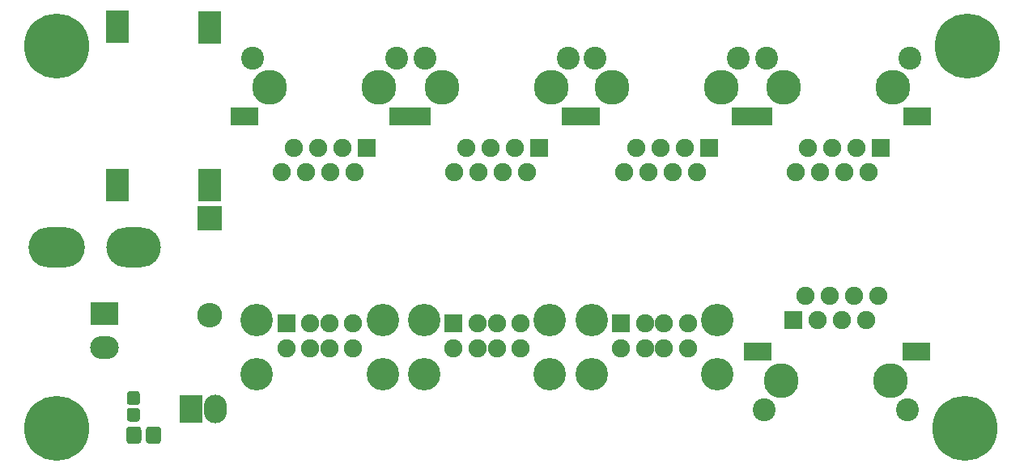
<source format=gts>
G04 #@! TF.GenerationSoftware,KiCad,Pcbnew,(5.0.0)*
G04 #@! TF.CreationDate,2018-08-14T00:58:01+01:00*
G04 #@! TF.ProjectId,distboard,64697374626F6172642E6B696361645F,rev?*
G04 #@! TF.SameCoordinates,Original*
G04 #@! TF.FileFunction,Soldermask,Top*
G04 #@! TF.FilePolarity,Negative*
%FSLAX46Y46*%
G04 Gerber Fmt 4.6, Leading zero omitted, Abs format (unit mm)*
G04 Created by KiCad (PCBNEW (5.0.0)) date 08/14/18 00:58:01*
%MOMM*%
%LPD*%
G01*
G04 APERTURE LIST*
%ADD10R,2.400000X3.400000*%
%ADD11O,5.700000X4.200000*%
%ADD12O,5.900000X4.200000*%
%ADD13O,2.400000X3.000000*%
%ADD14R,2.400000X3.000000*%
%ADD15R,2.600000X2.600000*%
%ADD16O,2.600000X2.600000*%
%ADD17C,1.900000*%
%ADD18C,3.400000*%
%ADD19R,1.900000X1.900000*%
%ADD20R,3.000000X2.400000*%
%ADD21O,3.000000X2.400000*%
%ADD22C,2.400000*%
%ADD23C,3.650000*%
%ADD24R,2.940000X1.924000*%
%ADD25C,1.200000*%
%ADD26C,6.800000*%
%ADD27C,0.100000*%
%ADD28C,1.550000*%
%ADD29C,1.350000*%
G04 APERTURE END LIST*
D10*
G04 #@! TO.C,U1*
X91332000Y-49484000D03*
X100984000Y-49484000D03*
X100984000Y-32990000D03*
X91332000Y-32959000D03*
G04 #@! TD*
D11*
G04 #@! TO.C,F1*
X93000000Y-56000000D03*
D12*
X85000000Y-56000000D03*
G04 #@! TD*
D13*
G04 #@! TO.C,J2*
X101540000Y-73000000D03*
D14*
X99000000Y-73000000D03*
G04 #@! TD*
D15*
G04 #@! TO.C,D1*
X101000000Y-53000000D03*
D16*
X101000000Y-63160000D03*
G04 #@! TD*
D17*
G04 #@! TO.C,U2*
X116000000Y-66620000D03*
X113500000Y-66620000D03*
X111500000Y-66620000D03*
X109000000Y-66620000D03*
D18*
X119070000Y-69330000D03*
X105930000Y-69330000D03*
D17*
X116000000Y-64000000D03*
X113500000Y-64000000D03*
X111500000Y-64000000D03*
D19*
X109000000Y-64000000D03*
D18*
X105930000Y-63650000D03*
X119070000Y-63650000D03*
G04 #@! TD*
G04 #@! TO.C,U3*
X136570000Y-63650000D03*
X123430000Y-63650000D03*
D19*
X126500000Y-64000000D03*
D17*
X129000000Y-64000000D03*
X131000000Y-64000000D03*
X133500000Y-64000000D03*
D18*
X123430000Y-69330000D03*
X136570000Y-69330000D03*
D17*
X126500000Y-66620000D03*
X129000000Y-66620000D03*
X131000000Y-66620000D03*
X133500000Y-66620000D03*
G04 #@! TD*
G04 #@! TO.C,U4*
X151000000Y-66620000D03*
X148500000Y-66620000D03*
X146500000Y-66620000D03*
X144000000Y-66620000D03*
D18*
X154070000Y-69330000D03*
X140930000Y-69330000D03*
D17*
X151000000Y-64000000D03*
X148500000Y-64000000D03*
X146500000Y-64000000D03*
D19*
X144000000Y-64000000D03*
D18*
X140930000Y-63650000D03*
X154070000Y-63650000D03*
G04 #@! TD*
D20*
G04 #@! TO.C,J1*
X90000000Y-63000000D03*
D21*
X90000000Y-66500000D03*
G04 #@! TD*
D22*
G04 #@! TO.C,J4*
X105505000Y-36200000D03*
X120495000Y-36200000D03*
D23*
X118715000Y-39250000D03*
X107285000Y-39250000D03*
D17*
X108555000Y-48140000D03*
X111095000Y-48140000D03*
X113635000Y-48140000D03*
X116175000Y-48140000D03*
X109825000Y-45600000D03*
X112365000Y-45600000D03*
X114905000Y-45600000D03*
D19*
X117445000Y-45600000D03*
D24*
X104634000Y-42298000D03*
X121239000Y-42298000D03*
G04 #@! TD*
D22*
G04 #@! TO.C,J5*
X173995000Y-73050000D03*
X159005000Y-73050000D03*
D23*
X160785000Y-70000000D03*
X172215000Y-70000000D03*
D17*
X170945000Y-61110000D03*
X168405000Y-61110000D03*
X165865000Y-61110000D03*
X163325000Y-61110000D03*
X169675000Y-63650000D03*
X167135000Y-63650000D03*
X164595000Y-63650000D03*
D19*
X162055000Y-63650000D03*
D24*
X174866000Y-66952000D03*
X158261000Y-66952000D03*
G04 #@! TD*
G04 #@! TO.C,J6*
X139239000Y-42298000D03*
X122634000Y-42298000D03*
D19*
X135445000Y-45600000D03*
D17*
X132905000Y-45600000D03*
X130365000Y-45600000D03*
X127825000Y-45600000D03*
X134175000Y-48140000D03*
X131635000Y-48140000D03*
X129095000Y-48140000D03*
X126555000Y-48140000D03*
D23*
X125285000Y-39250000D03*
X136715000Y-39250000D03*
D22*
X138495000Y-36200000D03*
X123505000Y-36200000D03*
G04 #@! TD*
G04 #@! TO.C,J7*
X141255000Y-36200000D03*
X156245000Y-36200000D03*
D23*
X154465000Y-39250000D03*
X143035000Y-39250000D03*
D17*
X144305000Y-48140000D03*
X146845000Y-48140000D03*
X149385000Y-48140000D03*
X151925000Y-48140000D03*
X145575000Y-45600000D03*
X148115000Y-45600000D03*
X150655000Y-45600000D03*
D19*
X153195000Y-45600000D03*
D24*
X140384000Y-42298000D03*
X156989000Y-42298000D03*
G04 #@! TD*
G04 #@! TO.C,J8*
X174989000Y-42298000D03*
X158384000Y-42298000D03*
D19*
X171195000Y-45600000D03*
D17*
X168655000Y-45600000D03*
X166115000Y-45600000D03*
X163575000Y-45600000D03*
X169925000Y-48140000D03*
X167385000Y-48140000D03*
X164845000Y-48140000D03*
X162305000Y-48140000D03*
D23*
X161035000Y-39250000D03*
X172465000Y-39250000D03*
D22*
X174245000Y-36200000D03*
X159255000Y-36200000D03*
G04 #@! TD*
D25*
G04 #@! TO.C,MH1*
X86697056Y-33302944D03*
X85000000Y-32600000D03*
X83302944Y-33302944D03*
X82600000Y-35000000D03*
X83302944Y-36697056D03*
X85000000Y-37400000D03*
X86697056Y-36697056D03*
X87400000Y-35000000D03*
D26*
X85000000Y-35000000D03*
G04 #@! TD*
G04 #@! TO.C,MH2*
X180200000Y-35000000D03*
D25*
X182600000Y-35000000D03*
X181897056Y-36697056D03*
X180200000Y-37400000D03*
X178502944Y-36697056D03*
X177800000Y-35000000D03*
X178502944Y-33302944D03*
X180200000Y-32600000D03*
X181897056Y-33302944D03*
G04 #@! TD*
G04 #@! TO.C,MH3*
X86697056Y-73302944D03*
X85000000Y-72600000D03*
X83302944Y-73302944D03*
X82600000Y-75000000D03*
X83302944Y-76697056D03*
X85000000Y-77400000D03*
X86697056Y-76697056D03*
X87400000Y-75000000D03*
D26*
X85000000Y-75000000D03*
G04 #@! TD*
G04 #@! TO.C,MH4*
X180000000Y-75000000D03*
D25*
X182400000Y-75000000D03*
X181697056Y-76697056D03*
X180000000Y-77400000D03*
X178302944Y-76697056D03*
X177600000Y-75000000D03*
X178302944Y-73302944D03*
X180000000Y-72600000D03*
X181697056Y-73302944D03*
G04 #@! TD*
D27*
G04 #@! TO.C,D2*
G36*
X93521071Y-74801623D02*
X93553781Y-74806475D01*
X93585857Y-74814509D01*
X93616991Y-74825649D01*
X93646884Y-74839787D01*
X93675247Y-74856787D01*
X93701807Y-74876485D01*
X93726308Y-74898692D01*
X93748515Y-74923193D01*
X93768213Y-74949753D01*
X93785213Y-74978116D01*
X93799351Y-75008009D01*
X93810491Y-75039143D01*
X93818525Y-75071219D01*
X93823377Y-75103929D01*
X93825000Y-75136956D01*
X93825000Y-76263044D01*
X93823377Y-76296071D01*
X93818525Y-76328781D01*
X93810491Y-76360857D01*
X93799351Y-76391991D01*
X93785213Y-76421884D01*
X93768213Y-76450247D01*
X93748515Y-76476807D01*
X93726308Y-76501308D01*
X93701807Y-76523515D01*
X93675247Y-76543213D01*
X93646884Y-76560213D01*
X93616991Y-76574351D01*
X93585857Y-76585491D01*
X93553781Y-76593525D01*
X93521071Y-76598377D01*
X93488044Y-76600000D01*
X92611956Y-76600000D01*
X92578929Y-76598377D01*
X92546219Y-76593525D01*
X92514143Y-76585491D01*
X92483009Y-76574351D01*
X92453116Y-76560213D01*
X92424753Y-76543213D01*
X92398193Y-76523515D01*
X92373692Y-76501308D01*
X92351485Y-76476807D01*
X92331787Y-76450247D01*
X92314787Y-76421884D01*
X92300649Y-76391991D01*
X92289509Y-76360857D01*
X92281475Y-76328781D01*
X92276623Y-76296071D01*
X92275000Y-76263044D01*
X92275000Y-75136956D01*
X92276623Y-75103929D01*
X92281475Y-75071219D01*
X92289509Y-75039143D01*
X92300649Y-75008009D01*
X92314787Y-74978116D01*
X92331787Y-74949753D01*
X92351485Y-74923193D01*
X92373692Y-74898692D01*
X92398193Y-74876485D01*
X92424753Y-74856787D01*
X92453116Y-74839787D01*
X92483009Y-74825649D01*
X92514143Y-74814509D01*
X92546219Y-74806475D01*
X92578929Y-74801623D01*
X92611956Y-74800000D01*
X93488044Y-74800000D01*
X93521071Y-74801623D01*
X93521071Y-74801623D01*
G37*
D28*
X93050000Y-75700000D03*
D27*
G36*
X95571071Y-74801623D02*
X95603781Y-74806475D01*
X95635857Y-74814509D01*
X95666991Y-74825649D01*
X95696884Y-74839787D01*
X95725247Y-74856787D01*
X95751807Y-74876485D01*
X95776308Y-74898692D01*
X95798515Y-74923193D01*
X95818213Y-74949753D01*
X95835213Y-74978116D01*
X95849351Y-75008009D01*
X95860491Y-75039143D01*
X95868525Y-75071219D01*
X95873377Y-75103929D01*
X95875000Y-75136956D01*
X95875000Y-76263044D01*
X95873377Y-76296071D01*
X95868525Y-76328781D01*
X95860491Y-76360857D01*
X95849351Y-76391991D01*
X95835213Y-76421884D01*
X95818213Y-76450247D01*
X95798515Y-76476807D01*
X95776308Y-76501308D01*
X95751807Y-76523515D01*
X95725247Y-76543213D01*
X95696884Y-76560213D01*
X95666991Y-76574351D01*
X95635857Y-76585491D01*
X95603781Y-76593525D01*
X95571071Y-76598377D01*
X95538044Y-76600000D01*
X94661956Y-76600000D01*
X94628929Y-76598377D01*
X94596219Y-76593525D01*
X94564143Y-76585491D01*
X94533009Y-76574351D01*
X94503116Y-76560213D01*
X94474753Y-76543213D01*
X94448193Y-76523515D01*
X94423692Y-76501308D01*
X94401485Y-76476807D01*
X94381787Y-76450247D01*
X94364787Y-76421884D01*
X94350649Y-76391991D01*
X94339509Y-76360857D01*
X94331475Y-76328781D01*
X94326623Y-76296071D01*
X94325000Y-76263044D01*
X94325000Y-75136956D01*
X94326623Y-75103929D01*
X94331475Y-75071219D01*
X94339509Y-75039143D01*
X94350649Y-75008009D01*
X94364787Y-74978116D01*
X94381787Y-74949753D01*
X94401485Y-74923193D01*
X94423692Y-74898692D01*
X94448193Y-74876485D01*
X94474753Y-74856787D01*
X94503116Y-74839787D01*
X94533009Y-74825649D01*
X94564143Y-74814509D01*
X94596219Y-74806475D01*
X94628929Y-74801623D01*
X94661956Y-74800000D01*
X95538044Y-74800000D01*
X95571071Y-74801623D01*
X95571071Y-74801623D01*
G37*
D28*
X95100000Y-75700000D03*
G04 #@! TD*
D27*
G04 #@! TO.C,R1*
G36*
X93370581Y-72851625D02*
X93403343Y-72856485D01*
X93435471Y-72864533D01*
X93466656Y-72875691D01*
X93496596Y-72889852D01*
X93525005Y-72906879D01*
X93551608Y-72926609D01*
X93576149Y-72948851D01*
X93598391Y-72973392D01*
X93618121Y-72999995D01*
X93635148Y-73028404D01*
X93649309Y-73058344D01*
X93660467Y-73089529D01*
X93668515Y-73121657D01*
X93673375Y-73154419D01*
X93675000Y-73187500D01*
X93675000Y-73962500D01*
X93673375Y-73995581D01*
X93668515Y-74028343D01*
X93660467Y-74060471D01*
X93649309Y-74091656D01*
X93635148Y-74121596D01*
X93618121Y-74150005D01*
X93598391Y-74176608D01*
X93576149Y-74201149D01*
X93551608Y-74223391D01*
X93525005Y-74243121D01*
X93496596Y-74260148D01*
X93466656Y-74274309D01*
X93435471Y-74285467D01*
X93403343Y-74293515D01*
X93370581Y-74298375D01*
X93337500Y-74300000D01*
X92662500Y-74300000D01*
X92629419Y-74298375D01*
X92596657Y-74293515D01*
X92564529Y-74285467D01*
X92533344Y-74274309D01*
X92503404Y-74260148D01*
X92474995Y-74243121D01*
X92448392Y-74223391D01*
X92423851Y-74201149D01*
X92401609Y-74176608D01*
X92381879Y-74150005D01*
X92364852Y-74121596D01*
X92350691Y-74091656D01*
X92339533Y-74060471D01*
X92331485Y-74028343D01*
X92326625Y-73995581D01*
X92325000Y-73962500D01*
X92325000Y-73187500D01*
X92326625Y-73154419D01*
X92331485Y-73121657D01*
X92339533Y-73089529D01*
X92350691Y-73058344D01*
X92364852Y-73028404D01*
X92381879Y-72999995D01*
X92401609Y-72973392D01*
X92423851Y-72948851D01*
X92448392Y-72926609D01*
X92474995Y-72906879D01*
X92503404Y-72889852D01*
X92533344Y-72875691D01*
X92564529Y-72864533D01*
X92596657Y-72856485D01*
X92629419Y-72851625D01*
X92662500Y-72850000D01*
X93337500Y-72850000D01*
X93370581Y-72851625D01*
X93370581Y-72851625D01*
G37*
D29*
X93000000Y-73575000D03*
D27*
G36*
X93370581Y-71101625D02*
X93403343Y-71106485D01*
X93435471Y-71114533D01*
X93466656Y-71125691D01*
X93496596Y-71139852D01*
X93525005Y-71156879D01*
X93551608Y-71176609D01*
X93576149Y-71198851D01*
X93598391Y-71223392D01*
X93618121Y-71249995D01*
X93635148Y-71278404D01*
X93649309Y-71308344D01*
X93660467Y-71339529D01*
X93668515Y-71371657D01*
X93673375Y-71404419D01*
X93675000Y-71437500D01*
X93675000Y-72212500D01*
X93673375Y-72245581D01*
X93668515Y-72278343D01*
X93660467Y-72310471D01*
X93649309Y-72341656D01*
X93635148Y-72371596D01*
X93618121Y-72400005D01*
X93598391Y-72426608D01*
X93576149Y-72451149D01*
X93551608Y-72473391D01*
X93525005Y-72493121D01*
X93496596Y-72510148D01*
X93466656Y-72524309D01*
X93435471Y-72535467D01*
X93403343Y-72543515D01*
X93370581Y-72548375D01*
X93337500Y-72550000D01*
X92662500Y-72550000D01*
X92629419Y-72548375D01*
X92596657Y-72543515D01*
X92564529Y-72535467D01*
X92533344Y-72524309D01*
X92503404Y-72510148D01*
X92474995Y-72493121D01*
X92448392Y-72473391D01*
X92423851Y-72451149D01*
X92401609Y-72426608D01*
X92381879Y-72400005D01*
X92364852Y-72371596D01*
X92350691Y-72341656D01*
X92339533Y-72310471D01*
X92331485Y-72278343D01*
X92326625Y-72245581D01*
X92325000Y-72212500D01*
X92325000Y-71437500D01*
X92326625Y-71404419D01*
X92331485Y-71371657D01*
X92339533Y-71339529D01*
X92350691Y-71308344D01*
X92364852Y-71278404D01*
X92381879Y-71249995D01*
X92401609Y-71223392D01*
X92423851Y-71198851D01*
X92448392Y-71176609D01*
X92474995Y-71156879D01*
X92503404Y-71139852D01*
X92533344Y-71125691D01*
X92564529Y-71114533D01*
X92596657Y-71106485D01*
X92629419Y-71101625D01*
X92662500Y-71100000D01*
X93337500Y-71100000D01*
X93370581Y-71101625D01*
X93370581Y-71101625D01*
G37*
D29*
X93000000Y-71825000D03*
G04 #@! TD*
M02*

</source>
